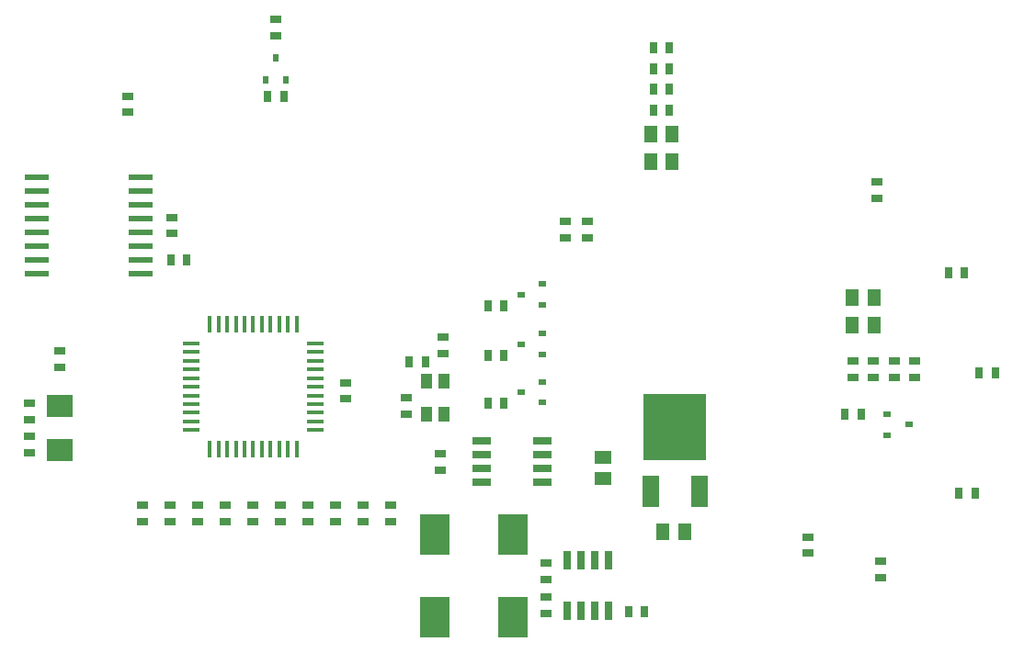
<source format=gtp>
G75*
G70*
%OFA0B0*%
%FSLAX24Y24*%
%IPPOS*%
%LPD*%
%AMOC8*
5,1,8,0,0,1.08239X$1,22.5*
%
%ADD10R,0.0591X0.0160*%
%ADD11R,0.0160X0.0591*%
%ADD12R,0.0394X0.0315*%
%ADD13R,0.0236X0.0276*%
%ADD14R,0.0276X0.0236*%
%ADD15R,0.0315X0.0394*%
%ADD16R,0.0453X0.0591*%
%ADD17R,0.0689X0.0256*%
%ADD18R,0.2283X0.2441*%
%ADD19R,0.0630X0.1181*%
%ADD20R,0.0591X0.0453*%
%ADD21R,0.0283X0.0701*%
%ADD22R,0.1100X0.1500*%
%ADD23R,0.0945X0.0787*%
%ADD24R,0.0433X0.0551*%
%ADD25R,0.0866X0.0236*%
D10*
X007386Y009399D03*
X007386Y009714D03*
X007386Y010029D03*
X007386Y010344D03*
X007386Y010659D03*
X007386Y010974D03*
X007386Y011289D03*
X007386Y011604D03*
X007386Y011919D03*
X007386Y012234D03*
X007386Y012549D03*
X011914Y012549D03*
X011914Y012234D03*
X011914Y011919D03*
X011914Y011604D03*
X011914Y011289D03*
X011914Y010974D03*
X011914Y010659D03*
X011914Y010344D03*
X011914Y010029D03*
X011914Y009714D03*
X011914Y009399D03*
D11*
X011225Y008710D03*
X010910Y008710D03*
X010595Y008710D03*
X010280Y008710D03*
X009965Y008710D03*
X009650Y008710D03*
X009335Y008710D03*
X009020Y008710D03*
X008705Y008710D03*
X008390Y008710D03*
X008075Y008710D03*
X008075Y013238D03*
X008390Y013238D03*
X008705Y013238D03*
X009020Y013238D03*
X009335Y013238D03*
X009650Y013238D03*
X009965Y013238D03*
X010280Y013238D03*
X010595Y013238D03*
X010910Y013238D03*
X011225Y013238D03*
D12*
X005650Y006079D03*
X005650Y006669D03*
X006650Y006669D03*
X006650Y006079D03*
X007650Y006079D03*
X007650Y006669D03*
X008650Y006669D03*
X008650Y006079D03*
X009650Y006079D03*
X009650Y006669D03*
X010650Y006669D03*
X010650Y006079D03*
X011650Y006079D03*
X011650Y006669D03*
X012650Y006669D03*
X012650Y006079D03*
X013650Y006079D03*
X013650Y006669D03*
X014650Y006669D03*
X014650Y006079D03*
X016425Y007954D03*
X016425Y008544D03*
X015200Y009979D03*
X015200Y010569D03*
X016550Y012179D03*
X016550Y012769D03*
X013000Y011119D03*
X013000Y010529D03*
X006700Y016529D03*
X006700Y017119D03*
X005100Y020929D03*
X005100Y021519D03*
X010475Y023704D03*
X010475Y024294D03*
X020975Y016969D03*
X020975Y016379D03*
X021775Y016379D03*
X021775Y016969D03*
X031400Y011894D03*
X031400Y011304D03*
X032150Y011304D03*
X032150Y011894D03*
X032900Y011894D03*
X032900Y011304D03*
X033650Y011304D03*
X033650Y011894D03*
X032275Y017804D03*
X032275Y018394D03*
X029775Y005519D03*
X029775Y004929D03*
X032400Y004644D03*
X032400Y004054D03*
X020275Y003979D03*
X020275Y004569D03*
X020275Y003344D03*
X020275Y002754D03*
X002650Y011679D03*
X002650Y012269D03*
X001550Y010369D03*
X001550Y009779D03*
X001550Y009169D03*
X001550Y008579D03*
D13*
X010101Y022105D03*
X010849Y022105D03*
X010475Y022893D03*
D14*
X020144Y014698D03*
X020144Y013950D03*
X019356Y014324D03*
X020144Y012898D03*
X020144Y012150D03*
X019356Y012524D03*
X020144Y011148D03*
X020144Y010400D03*
X019356Y010774D03*
X032631Y009973D03*
X033419Y009599D03*
X032631Y009225D03*
D15*
X031695Y009974D03*
X031105Y009974D03*
X035230Y007099D03*
X035820Y007099D03*
X035980Y011474D03*
X036570Y011474D03*
X035445Y015099D03*
X034855Y015099D03*
X024745Y021024D03*
X024155Y021024D03*
X024155Y021774D03*
X024745Y021774D03*
X024745Y022524D03*
X024155Y022524D03*
X024155Y023274D03*
X024745Y023274D03*
X018745Y013924D03*
X018155Y013924D03*
X018155Y012124D03*
X018745Y012124D03*
X018745Y010374D03*
X018155Y010374D03*
X015895Y011874D03*
X015305Y011874D03*
X007245Y015574D03*
X006655Y015574D03*
X010180Y021499D03*
X010770Y021499D03*
X023255Y002824D03*
X023845Y002824D03*
D16*
X024506Y005724D03*
X025294Y005724D03*
X031381Y013224D03*
X032169Y013224D03*
X032169Y014224D03*
X031381Y014224D03*
X024844Y019149D03*
X024056Y019149D03*
X024056Y020149D03*
X024844Y020149D03*
D17*
X020127Y008999D03*
X020127Y008499D03*
X020127Y007999D03*
X020127Y007499D03*
X017923Y007499D03*
X017923Y007999D03*
X017923Y008499D03*
X017923Y008999D03*
D18*
X024950Y009524D03*
D19*
X024052Y007166D03*
X025848Y007166D03*
D20*
X022350Y007630D03*
X022350Y008418D03*
D21*
X022525Y004670D03*
X022025Y004670D03*
X021525Y004670D03*
X021025Y004670D03*
X021025Y002828D03*
X021525Y002828D03*
X022025Y002828D03*
X022525Y002828D03*
D22*
X019055Y002624D03*
X016245Y002624D03*
X016245Y005624D03*
X019055Y005624D03*
D23*
X002650Y008687D03*
X002650Y010262D03*
D24*
X015935Y009984D03*
X016565Y009984D03*
X016565Y011165D03*
X015935Y011165D03*
D25*
X005580Y015074D03*
X005580Y015574D03*
X005580Y016074D03*
X005580Y016574D03*
X005580Y017074D03*
X005580Y017574D03*
X005580Y018074D03*
X005580Y018574D03*
X001810Y018574D03*
X001810Y018074D03*
X001810Y017574D03*
X001810Y017074D03*
X001810Y016574D03*
X001810Y016074D03*
X001810Y015574D03*
X001810Y015074D03*
M02*

</source>
